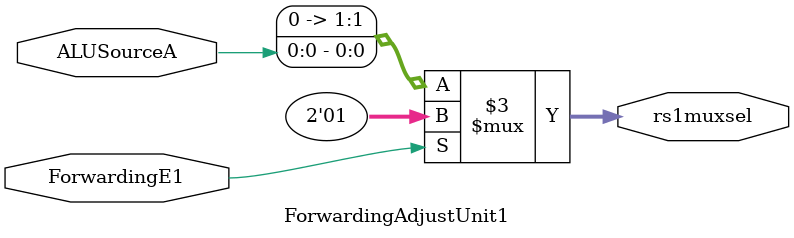
<source format=v>
module ForwardingAdjustUnit1(
    ALUSourceA,
    ForwardingE1,
    rs1muxsel
);

input ALUSourceA;
input ForwardingE1;
output reg [1:0] rs1muxsel;

always @* begin
    if(ForwardingE1) begin
        rs1muxsel <= 2'b01;
    end
    else begin
        rs1muxsel <= {0,ALUSourceA};
    end
end

endmodule

</source>
